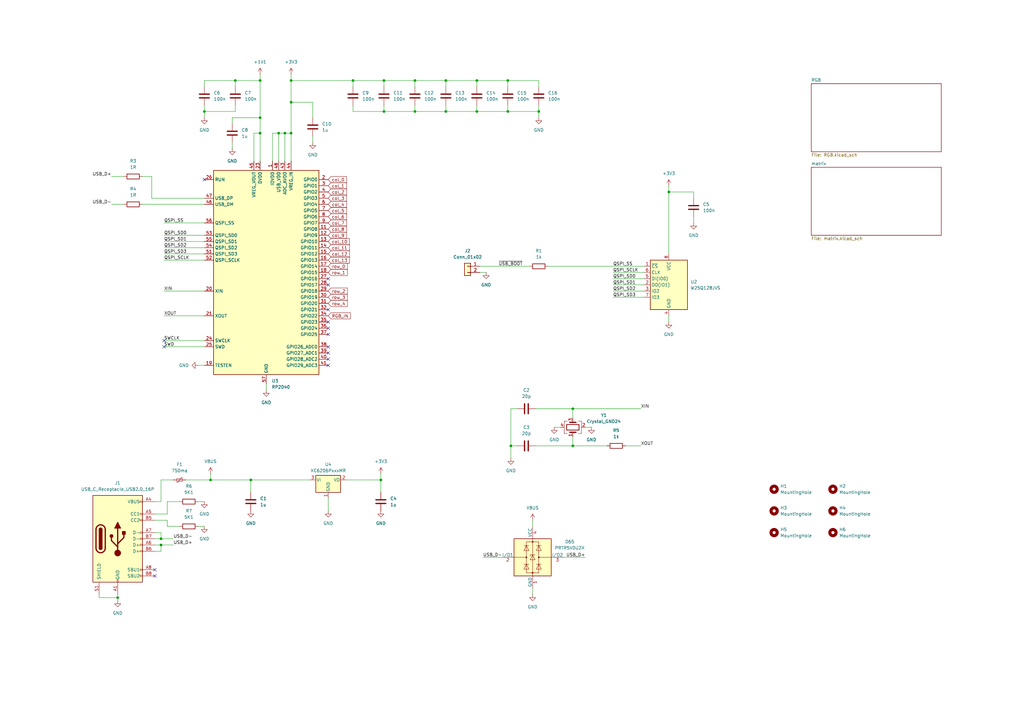
<source format=kicad_sch>
(kicad_sch (version 20250114) (generator "eeschema") (generator_version "9.0")
  (paper "A3")
  (lib_symbols
    (symbol "Connector:USB_C_Receptacle_USB2.0_16P" (pin_names (offset 1.016))
      (property "Reference" "J" (at 0 22.225 0))
      (property "Value" "USB_C_Receptacle_USB2.0_16P" (at 0 19.685 0))
      (symbol "USB_C_Receptacle_USB2.0_16P_0_0"
        (rectangle (start -0.254 -17.78) (end 0.254 -16.764))
        (rectangle (start 10.16 15.494) (end 9.144 14.986))
        (rectangle (start 10.16 10.414) (end 9.144 9.906))
        (rectangle (start 10.16 7.874) (end 9.144 7.366))
        (rectangle (start 10.16 2.794) (end 9.144 2.286))
        (rectangle (start 10.16 0.254) (end 9.144 -0.254))
        (rectangle (start 10.16 -2.286) (end 9.144 -2.794))
        (rectangle (start 10.16 -4.826) (end 9.144 -5.334))
        (rectangle (start 10.16 -12.446) (end 9.144 -12.954))
        (rectangle (start 10.16 -14.986) (end 9.144 -15.494))
      )
      (symbol "USB_C_Receptacle_USB2.0_16P_0_1"
        (rectangle (start -10.16 17.78) (end 10.16 -17.78) (stroke (width 0.254)) (fill (type background)))
        (polyline (pts (xy -8.89 -3.81) (xy -8.89 3.81)) (stroke (width 0.508)))
        (rectangle (start -7.62 -3.81) (end -6.35 3.81) (stroke (width 0.254)) (fill (type outline)))
        (arc (start -7.62 3.81) (mid -6.985 4.4423) (end -6.35 3.81) (stroke (width 0.254)))
        (arc (start -7.62 3.81) (mid -6.985 4.4423) (end -6.35 3.81) (stroke (width 0.254)) (fill (type outline)))
        (arc (start -8.89 3.81) (mid -6.985 5.7067) (end -5.08 3.81) (stroke (width 0.508)))
        (arc (start -5.08 -3.81) (mid -6.985 -5.7067) (end -8.89 -3.81) (stroke (width 0.508)))
        (arc (start -6.35 -3.81) (mid -6.985 -4.4423) (end -7.62 -3.81) (stroke (width 0.254)))
        (arc (start -6.35 -3.81) (mid -6.985 -4.4423) (end -7.62 -3.81) (stroke (width 0.254)) (fill (type outline)))
        (polyline (pts (xy -5.08 3.81) (xy -5.08 -3.81)) (stroke (width 0.508)))
        (circle (center -2.54 1.143) (radius 0.635) (stroke (width 0.254)) (fill (type outline)))
        (polyline (pts (xy -1.27 4.318) (xy 0 6.858) (xy 1.27 4.318) (xy -1.27 4.318)) (stroke (width 0.254)) (fill (type outline)))
        (polyline (pts (xy 0 -2.032) (xy 2.54 0.508) (xy 2.54 1.778)) (stroke (width 0.508)))
        (polyline (pts (xy 0 -3.302) (xy -2.54 -0.762) (xy -2.54 0.508)) (stroke (width 0.508)))
        (polyline (pts (xy 0 -5.842) (xy 0 4.318)) (stroke (width 0.508)))
        (circle (center 0 -5.842) (radius 1.27) (fill (type outline)))
        (rectangle (start 1.905 1.778) (end 3.175 3.048) (stroke (width 0.254)) (fill (type outline)))
      )
      (symbol "USB_C_Receptacle_USB2.0_16P_1_1"
        (pin passive line (at -7.62 -22.86 90) (length 5.08) (name "SHIELD") (number "S1"))
        (pin passive line (at 0 -22.86 90) (length 5.08) (name "GND") (number "A1"))
        (pin passive line (at 0 -22.86 90) (length 5.08) (hide yes) (name "GND") (number "A12"))
        (pin passive line (at 0 -22.86 90) (length 5.08) (hide yes) (name "GND") (number "B1"))
        (pin passive line (at 0 -22.86 90) (length 5.08) (hide yes) (name "GND") (number "B12"))
        (pin passive line (at 15.24 15.24 180) (length 5.08) (name "VBUS") (number "A4"))
        (pin passive line (at 15.24 15.24 180) (length 5.08) (hide yes) (name "VBUS") (number "A9"))
        (pin passive line (at 15.24 15.24 180) (length 5.08) (hide yes) (name "VBUS") (number "B4"))
        (pin passive line (at 15.24 15.24 180) (length 5.08) (hide yes) (name "VBUS") (number "B9"))
        (pin bidirectional line (at 15.24 10.16 180) (length 5.08) (name "CC1") (number "A5"))
        (pin bidirectional line (at 15.24 7.62 180) (length 5.08) (name "CC2") (number "B5"))
        (pin bidirectional line (at 15.24 2.54 180) (length 5.08) (name "D-") (number "A7"))
        (pin bidirectional line (at 15.24 0 180) (length 5.08) (name "D-") (number "B7"))
        (pin bidirectional line (at 15.24 -2.54 180) (length 5.08) (name "D+") (number "A6"))
        (pin bidirectional line (at 15.24 -5.08 180) (length 5.08) (name "D+") (number "B6"))
        (pin bidirectional line (at 15.24 -12.7 180) (length 5.08) (name "SBU1") (number "A8"))
        (pin bidirectional line (at 15.24 -15.24 180) (length 5.08) (name "SBU2") (number "B8"))
      )
    )
    (symbol "Connector_Generic:Conn_01x02" (pin_names (offset 1.016) (hide yes))
      (property "Reference" "J" (at 0 2.54 0))
      (property "Value" "Conn_01x02" (at 0 -5.08 0))
      (symbol "Conn_01x02_1_1"
        (rectangle (start -1.27 1.27) (end 1.27 -3.81) (stroke (width 0.254)) (fill (type background)))
        (rectangle (start -1.27 0.127) (end 0 -0.127) (stroke (width 0.1524)))
        (rectangle (start -1.27 -2.413) (end 0 -2.667) (stroke (width 0.1524)))
        (pin passive line (at -5.08 0 0) (length 3.81) (name "Pin_1") (number "1"))
        (pin passive line (at -5.08 -2.54 0) (length 3.81) (name "Pin_2") (number "2"))
      )
    )
    (symbol "Device:C" (pin_numbers (hide yes)) (pin_names (offset 0.254))
      (property "Reference" "C" (at 0.635 2.54 0))
      (property "Value" "C" (at 0.635 -2.54 0))
      (symbol "C_0_1"
        (polyline (pts (xy -2.032 0.762) (xy 2.032 0.762)) (stroke (width 0.508)))
        (polyline (pts (xy -2.032 -0.762) (xy 2.032 -0.762)) (stroke (width 0.508)))
      )
      (symbol "C_1_1"
        (pin passive line (at 0 3.81 270) (length 2.794) (name "~") (number "1"))
        (pin passive line (at 0 -3.81 90) (length 2.794) (name "~") (number "2"))
      )
    )
    (symbol "Device:Crystal_GND24" (pin_names (offset 1.016) (hide yes))
      (property "Reference" "Y" (at 3.175 5.08 0))
      (property "Value" "Crystal_GND24" (at 3.175 3.175 0))
      (symbol "Crystal_GND24_0_1"
        (polyline (pts (xy -2.54 2.286) (xy -2.54 3.556) (xy 2.54 3.556) (xy 2.54 2.286)))
        (polyline (pts (xy -2.54 0) (xy -2.032 0)))
        (polyline (pts (xy -2.54 -2.286) (xy -2.54 -3.556) (xy 2.54 -3.556) (xy 2.54 -2.286)))
        (polyline (pts (xy -2.032 -1.27) (xy -2.032 1.27)) (stroke (width 0.508)))
        (rectangle (start -1.143 2.54) (end 1.143 -2.54) (stroke (width 0.3048)))
        (polyline (pts (xy 0 3.556) (xy 0 3.81)))
        (polyline (pts (xy 0 -3.81) (xy 0 -3.556)))
        (polyline (pts (xy 2.032 0) (xy 2.54 0)))
        (polyline (pts (xy 2.032 -1.27) (xy 2.032 1.27)) (stroke (width 0.508)))
      )
      (symbol "Crystal_GND24_1_1"
        (pin passive line (at -3.81 0 0) (length 1.27) (name "1") (number "1"))
        (pin passive line (at 0 5.08 270) (length 1.27) (name "2") (number "2"))
        (pin passive line (at 0 -5.08 90) (length 1.27) (name "4") (number "4"))
        (pin passive line (at 3.81 0 180) (length 1.27) (name "3") (number "3"))
      )
    )
    (symbol "Device:Polyfuse_Small" (pin_numbers (hide yes)) (pin_names (offset 0))
      (property "Reference" "F" (at -1.905 0 90))
      (property "Value" "Polyfuse_Small" (at 1.905 0 90))
      (symbol "Polyfuse_Small_0_1"
        (polyline (pts (xy -1.016 1.27) (xy -1.016 0.762) (xy 1.016 -0.762) (xy 1.016 -1.27)))
        (rectangle (start -0.508 1.27) (end 0.508 -1.27))
        (polyline (pts (xy 0 2.54) (xy 0 -2.54)))
      )
      (symbol "Polyfuse_Small_1_1"
        (pin passive line (at 0 2.54 270) (length 0.635) (name "~") (number "1"))
        (pin passive line (at 0 -2.54 90) (length 0.635) (name "~") (number "2"))
      )
    )
    (symbol "Device:R" (pin_numbers (hide yes)) (pin_names (offset 0))
      (property "Reference" "R" (at 2.032 0 90))
      (property "Value" "R" (at 0 0 90))
      (symbol "R_0_1"
        (rectangle (start -1.016 -2.54) (end 1.016 2.54) (stroke (width 0.254)))
      )
      (symbol "R_1_1"
        (pin passive line (at 0 3.81 270) (length 1.27) (name "~") (number "1"))
        (pin passive line (at 0 -3.81 90) (length 1.27) (name "~") (number "2"))
      )
    )
    (symbol "MCU_RaspberryPi:RP2040"
      (property "Reference" "U" (at 17.78 45.72 0))
      (property "Value" "RP2040" (at 17.78 43.18 0))
      (symbol "RP2040_0_1"
        (rectangle (start -21.59 41.91) (end 21.59 -41.91) (stroke (width 0.254)) (fill (type background)))
      )
      (symbol "RP2040_1_1"
        (pin input line (at -25.4 38.1 0) (length 3.81) (name "RUN") (number "26"))
        (pin bidirectional line (at -25.4 30.48 0) (length 3.81) (name "USB_DP") (number "47"))
        (pin bidirectional line (at -25.4 27.94 0) (length 3.81) (name "USB_DM") (number "46"))
        (pin bidirectional line (at -25.4 20.32 0) (length 3.81) (name "QSPI_SS") (number "56"))
        (pin bidirectional line (at -25.4 15.24 0) (length 3.81) (name "QSPI_SD0") (number "53"))
        (pin bidirectional line (at -25.4 12.7 0) (length 3.81) (name "QSPI_SD1") (number "55"))
        (pin bidirectional line (at -25.4 10.16 0) (length 3.81) (name "QSPI_SD2") (number "54"))
        (pin bidirectional line (at -25.4 7.62 0) (length 3.81) (name "QSPI_SD3") (number "51"))
        (pin output line (at -25.4 5.08 0) (length 3.81) (name "QSPI_SCLK") (number "52"))
        (pin input line (at -25.4 -7.62 0) (length 3.81) (name "XIN") (number "20"))
        (pin passive line (at -25.4 -17.78 0) (length 3.81) (name "XOUT") (number "21"))
        (pin input line (at -25.4 -27.94 0) (length 3.81) (name "SWCLK") (number "24"))
        (pin bidirectional line (at -25.4 -30.48 0) (length 3.81) (name "SWD") (number "25"))
        (pin input line (at -25.4 -38.1 0) (length 3.81) (name "TESTEN") (number "19"))
        (pin power_out line (at -5.08 45.72 270) (length 3.81) (name "VREG_VOUT") (number "45"))
        (pin power_in line (at -2.54 45.72 270) (length 3.81) (name "DVDD") (number "23"))
        (pin passive line (at -2.54 45.72 270) (length 3.81) (hide yes) (name "DVDD") (number "50"))
        (pin power_in line (at 0 -45.72 90) (length 3.81) (name "GND") (number "57"))
        (pin power_in line (at 2.54 45.72 270) (length 3.81) (name "IOVDD") (number "1"))
        (pin passive line (at 2.54 45.72 270) (length 3.81) (hide yes) (name "IOVDD") (number "10"))
        (pin passive line (at 2.54 45.72 270) (length 3.81) (hide yes) (name "IOVDD") (number "22"))
        (pin passive line (at 2.54 45.72 270) (length 3.81) (hide yes) (name "IOVDD") (number "33"))
        (pin passive line (at 2.54 45.72 270) (length 3.81) (hide yes) (name "IOVDD") (number "42"))
        (pin passive line (at 2.54 45.72 270) (length 3.81) (hide yes) (name "IOVDD") (number "49"))
        (pin power_in line (at 5.08 45.72 270) (length 3.81) (name "USB_VDD") (number "48"))
        (pin power_in line (at 7.62 45.72 270) (length 3.81) (name "ADC_AVDD") (number "43"))
        (pin power_in line (at 10.16 45.72 270) (length 3.81) (name "VREG_IN") (number "44"))
        (pin bidirectional line (at 25.4 38.1 180) (length 3.81) (name "GPIO0") (number "2"))
        (pin bidirectional line (at 25.4 35.56 180) (length 3.81) (name "GPIO1") (number "3"))
        (pin bidirectional line (at 25.4 33.02 180) (length 3.81) (name "GPIO2") (number "4"))
        (pin bidirectional line (at 25.4 30.48 180) (length 3.81) (name "GPIO3") (number "5"))
        (pin bidirectional line (at 25.4 27.94 180) (length 3.81) (name "GPIO4") (number "6"))
        (pin bidirectional line (at 25.4 25.4 180) (length 3.81) (name "GPIO5") (number "7"))
        (pin bidirectional line (at 25.4 22.86 180) (length 3.81) (name "GPIO6") (number "8"))
        (pin bidirectional line (at 25.4 20.32 180) (length 3.81) (name "GPIO7") (number "9"))
        (pin bidirectional line (at 25.4 17.78 180) (length 3.81) (name "GPIO8") (number "11"))
        (pin bidirectional line (at 25.4 15.24 180) (length 3.81) (name "GPIO9") (number "12"))
        (pin bidirectional line (at 25.4 12.7 180) (length 3.81) (name "GPIO10") (number "13"))
        (pin bidirectional line (at 25.4 10.16 180) (length 3.81) (name "GPIO11") (number "14"))
        (pin bidirectional line (at 25.4 7.62 180) (length 3.81) (name "GPIO12") (number "15"))
        (pin bidirectional line (at 25.4 5.08 180) (length 3.81) (name "GPIO13") (number "16"))
        (pin bidirectional line (at 25.4 2.54 180) (length 3.81) (name "GPIO14") (number "17"))
        (pin bidirectional line (at 25.4 0 180) (length 3.81) (name "GPIO15") (number "18"))
        (pin bidirectional line (at 25.4 -2.54 180) (length 3.81) (name "GPIO16") (number "27"))
        (pin bidirectional line (at 25.4 -5.08 180) (length 3.81) (name "GPIO17") (number "28"))
        (pin bidirectional line (at 25.4 -7.62 180) (length 3.81) (name "GPIO18") (number "29"))
        (pin bidirectional line (at 25.4 -10.16 180) (length 3.81) (name "GPIO19") (number "30"))
        (pin bidirectional line (at 25.4 -12.7 180) (length 3.81) (name "GPIO20") (number "31"))
        (pin bidirectional line (at 25.4 -15.24 180) (length 3.81) (name "GPIO21") (number "32"))
        (pin bidirectional line (at 25.4 -17.78 180) (length 3.81) (name "GPIO22") (number "34"))
        (pin bidirectional line (at 25.4 -20.32 180) (length 3.81) (name "GPIO23") (number "35"))
        (pin bidirectional line (at 25.4 -22.86 180) (length 3.81) (name "GPIO24") (number "36"))
        (pin bidirectional line (at 25.4 -25.4 180) (length 3.81) (name "GPIO25") (number "37"))
        (pin bidirectional line (at 25.4 -30.48 180) (length 3.81) (name "GPIO26_ADC0") (number "38"))
        (pin bidirectional line (at 25.4 -33.02 180) (length 3.81) (name "GPIO27_ADC1") (number "39"))
        (pin bidirectional line (at 25.4 -35.56 180) (length 3.81) (name "GPIO28_ADC2") (number "40"))
        (pin bidirectional line (at 25.4 -38.1 180) (length 3.81) (name "GPIO29_ADC3") (number "41"))
      )
    )
    (symbol "Mechanical:MountingHole" (pin_names (offset 1.016)) (exclude_from_sim yes) (in_bom no)
      (property "Reference" "H" (at 0 5.08 0))
      (property "Value" "MountingHole" (at 0 3.175 0))
      (symbol "MountingHole_0_1"
        (circle (center 0 0) (radius 1.27) (stroke (width 1.27)))
      )
    )
    (symbol "Memory_Flash:W25Q128JVS"
      (property "Reference" "U" (at -8.89 8.89 0))
      (property "Value" "W25Q128JVS" (at 7.62 8.89 0))
      (symbol "W25Q128JVS_0_1"
        (rectangle (start -7.62 10.16) (end 7.62 -10.16) (stroke (width 0.254)) (fill (type background)))
      )
      (symbol "W25Q128JVS_1_1"
        (pin input line (at -10.16 7.62 0) (length 2.54) (name "~{CS}") (number "1"))
        (pin input line (at -10.16 5.08 0) (length 2.54) (name "CLK") (number "6"))
        (pin bidirectional line (at -10.16 2.54 0) (length 2.54) (name "DI(IO0)") (number "5"))
        (pin bidirectional line (at -10.16 0 0) (length 2.54) (name "DO(IO1)") (number "2"))
        (pin bidirectional line (at -10.16 -2.54 0) (length 2.54) (name "IO2") (number "3"))
        (pin bidirectional line (at -10.16 -5.08 0) (length 2.54) (name "IO3") (number "7"))
        (pin power_in line (at 0 12.7 270) (length 2.54) (name "VCC") (number "8"))
        (pin power_in line (at 0 -12.7 90) (length 2.54) (name "GND") (number "4"))
      )
    )
    (symbol "Power_Protection:PRTR5V0U2X" (pin_names (offset 0))
      (property "Reference" "D" (at 2.794 8.636 0))
      (property "Value" "PRTR5V0U2X" (at 8.128 -9.398 0))
      (symbol "PRTR5V0U2X_0_1"
        (rectangle (start -7.62 -7.62) (end 7.62 7.62) (stroke (width 0.254)) (fill (type background)))
        (polyline (pts (xy -3.556 2.794) (xy -1.524 2.794) (xy -2.54 4.826) (xy -3.556 2.794)))
        (polyline (pts (xy -3.556 -4.826) (xy -1.524 -4.826) (xy -2.54 -2.794) (xy -3.556 -4.826)))
        (rectangle (start -2.54 6.35) (end 2.54 -6.35))
        (circle (center -2.54 0) (radius 0.254) (fill (type outline)))
        (polyline (pts (xy -2.54 0) (xy -7.62 0)))
        (polyline (pts (xy -1.524 4.826) (xy -3.556 4.826)))
        (polyline (pts (xy -1.524 -2.794) (xy -3.556 -2.794)))
        (polyline (pts (xy -1.016 -1.016) (xy 1.016 -1.016) (xy 0 1.016) (xy -1.016 -1.016)))
        (circle (center 0 6.35) (radius 0.254) (fill (type outline)))
        (circle (center 0 -6.35) (radius 0.254) (fill (type outline)))
        (polyline (pts (xy 0 -7.62) (xy 0 7.62)))
        (polyline (pts (xy 1.016 1.016) (xy -1.016 1.016) (xy -1.016 0.508)))
        (polyline (pts (xy 1.524 4.826) (xy 3.556 4.826)))
        (polyline (pts (xy 1.524 -2.794) (xy 3.556 -2.794)))
        (polyline (pts (xy 2.54 0) (xy 7.62 0)))
        (circle (center 2.54 0) (radius 0.254) (fill (type outline)))
        (polyline (pts (xy 3.556 2.794) (xy 1.524 2.794) (xy 2.54 4.826) (xy 3.556 2.794)))
        (polyline (pts (xy 3.556 -4.826) (xy 1.524 -4.826) (xy 2.54 -2.794) (xy 3.556 -4.826)))
      )
      (symbol "PRTR5V0U2X_1_1"
        (pin passive line (at -12.7 0 0) (length 5.08) (name "I/O1") (number "2"))
        (pin passive line (at 0 12.7 270) (length 5.08) (name "VCC") (number "4"))
        (pin passive line (at 0 -12.7 90) (length 5.08) (name "GND") (number "1"))
        (pin passive line (at 12.7 0 180) (length 5.08) (name "I/O2") (number "3"))
      )
    )
    (symbol "Regulator_Linear:XC6206PxxxMR" (pin_names (offset 0.254))
      (property "Reference" "U" (at -3.81 3.175 0))
      (property "Value" "XC6206PxxxMR" (at 0 3.175 0))
      (symbol "XC6206PxxxMR_0_1"
        (rectangle (start -5.08 1.905) (end 5.08 -5.08) (stroke (width 0.254)) (fill (type background)))
      )
      (symbol "XC6206PxxxMR_1_1"
        (pin power_in line (at -7.62 0 0) (length 2.54) (name "VI") (number "3"))
        (pin power_in line (at 0 -7.62 90) (length 2.54) (name "GND") (number "1"))
        (pin power_out line (at 7.62 0 180) (length 2.54) (name "VO") (number "2"))
      )
    )
    (symbol "power:+1V1" (power) (pin_numbers (hide yes)) (pin_names (offset 0) (hide yes))
      (property "Value" "+1V1" (at 0 3.556 0))
      (symbol "+1V1_0_1"
        (polyline (pts (xy -0.762 1.27) (xy 0 2.54)))
        (polyline (pts (xy 0 2.54) (xy 0.762 1.27)))
        (polyline (pts (xy 0 0) (xy 0 2.54)))
      )
      (symbol "+1V1_1_1"
        (pin power_in line (at 0 0 90) (length 0) (name "~") (number "1"))
      )
    )
    (symbol "power:+3V3" (power) (pin_numbers (hide yes)) (pin_names (offset 0) (hide yes))
      (property "Value" "+3V3" (at 0 3.556 0))
      (symbol "+3V3_0_1"
        (polyline (pts (xy -0.762 1.27) (xy 0 2.54)))
        (polyline (pts (xy 0 2.54) (xy 0.762 1.27)))
        (polyline (pts (xy 0 0) (xy 0 2.54)))
      )
      (symbol "+3V3_1_1"
        (pin power_in line (at 0 0 90) (length 0) (name "~") (number "1"))
      )
    )
    (symbol "power:GND" (power) (pin_numbers (hide yes)) (pin_names (offset 0) (hide yes))
      (property "Value" "GND" (at 0 -3.81 0))
      (symbol "GND_0_1"
        (polyline (pts (xy 0 0) (xy 0 -1.27) (xy 1.27 -1.27) (xy 0 -2.54) (xy -1.27 -1.27) (xy 0 -1.27)))
      )
      (symbol "GND_1_1"
        (pin power_in line (at 0 0 270) (length 0) (name "~") (number "1"))
      )
    )
    (symbol "power:VBUS" (power) (pin_numbers (hide yes)) (pin_names (offset 0) (hide yes))
      (property "Value" "VBUS" (at 0 3.556 0))
      (symbol "VBUS_0_1"
        (polyline (pts (xy -0.762 1.27) (xy 0 2.54)))
        (polyline (pts (xy 0 2.54) (xy 0.762 1.27)))
        (polyline (pts (xy 0 0) (xy 0 2.54)))
      )
      (symbol "VBUS_1_1"
        (pin power_in line (at 0 0 90) (length 0) (name "~") (number "1"))
      )
    )
  )
  (junction (at 102.87 196.85))
  (junction (at 209.55 182.88))
  (junction (at 66.04 220.98))
  (junction (at 234.95 167.64))
  (junction (at 119.38 33.02))
  (junction (at 220.98 45.72))
  (junction (at 208.28 33.02))
  (junction (at 83.82 45.72))
  (junction (at 274.32 78.74))
  (junction (at 157.48 33.02))
  (junction (at 234.95 182.88))
  (junction (at 119.38 54.61))
  (junction (at 144.78 33.02))
  (junction (at 66.04 223.52))
  (junction (at 170.18 33.02))
  (junction (at 106.68 33.02))
  (junction (at 114.3 54.61))
  (junction (at 106.68 54.61))
  (junction (at 182.88 45.72))
  (junction (at 116.84 54.61))
  (junction (at 119.38 41.91))
  (junction (at 48.26 245.11))
  (junction (at 157.48 45.72))
  (junction (at 96.52 33.02))
  (junction (at 182.88 33.02))
  (junction (at 170.18 45.72))
  (junction (at 106.68 48.26))
  (junction (at 195.58 33.02))
  (junction (at 195.58 45.72))
  (junction (at 86.36 196.85))
  (junction (at 156.21 196.85))
  (junction (at 208.28 45.72))
  (no_connect (at 134.62 132.08))
  (no_connect (at 134.62 127))
  (no_connect (at 134.62 114.3))
  (no_connect (at 134.62 137.16))
  (no_connect (at 134.62 149.86))
  (no_connect (at 134.62 147.32))
  (no_connect (at 134.62 142.24))
  (no_connect (at 134.62 144.78))
  (no_connect (at 134.62 134.62))
  (no_connect (at 63.5 233.68))
  (no_connect (at 67.31 142.24))
  (no_connect (at 67.31 139.7))
  (no_connect (at 83.82 73.66))
  (no_connect (at 134.62 116.84))
  (no_connect (at 63.5 236.22))
  (wire (pts (xy 116.84 54.61) (xy 119.38 54.61)))
  (wire (pts (xy 106.68 30.48) (xy 106.68 33.02)))
  (wire (pts (xy 106.68 33.02) (xy 106.68 48.26)))
  (wire (pts (xy 234.95 179.07) (xy 234.95 182.88)))
  (wire (pts (xy 67.31 129.54) (xy 83.82 129.54)))
  (wire (pts (xy 218.44 241.3) (xy 218.44 243.84)))
  (wire (pts (xy 128.27 41.91) (xy 119.38 41.91)))
  (wire (pts (xy 251.46 119.38) (xy 264.16 119.38)))
  (wire (pts (xy 182.88 33.02) (xy 195.58 33.02)))
  (wire (pts (xy 128.27 48.26) (xy 128.27 41.91)))
  (wire (pts (xy 68.58 215.9) (xy 73.66 215.9)))
  (wire (pts (xy 81.28 205.74) (xy 83.82 205.74)))
  (wire (pts (xy 182.88 45.72) (xy 195.58 45.72)))
  (wire (pts (xy 208.28 33.02) (xy 220.98 33.02)))
  (wire (pts (xy 219.71 167.64) (xy 234.95 167.64)))
  (wire (pts (xy 63.5 226.06) (xy 66.04 226.06)))
  (wire (pts (xy 67.31 96.52) (xy 83.82 96.52)))
  (wire (pts (xy 63.5 213.36) (xy 68.58 213.36)))
  (wire (pts (xy 170.18 33.02) (xy 170.18 35.56)))
  (wire (pts (xy 196.85 111.76) (xy 199.39 111.76)))
  (wire (pts (xy 66.04 218.44) (xy 66.04 220.98)))
  (wire (pts (xy 208.28 43.18) (xy 208.28 45.72)))
  (wire (pts (xy 58.42 72.39) (xy 62.23 72.39)))
  (wire (pts (xy 119.38 33.02) (xy 144.78 33.02)))
  (wire (pts (xy 102.87 196.85) (xy 127 196.85)))
  (wire (pts (xy 81.28 215.9) (xy 83.82 215.9)))
  (wire (pts (xy 63.5 210.82) (xy 68.58 210.82)))
  (wire (pts (xy 76.2 196.85) (xy 86.36 196.85)))
  (wire (pts (xy 62.23 81.28) (xy 62.23 72.39)))
  (wire (pts (xy 68.58 205.74) (xy 73.66 205.74)))
  (wire (pts (xy 63.5 223.52) (xy 66.04 223.52)))
  (wire (pts (xy 114.3 54.61) (xy 116.84 54.61)))
  (wire (pts (xy 106.68 54.61) (xy 106.68 66.04)))
  (wire (pts (xy 209.55 182.88) (xy 212.09 182.88)))
  (wire (pts (xy 67.31 106.68) (xy 83.82 106.68)))
  (wire (pts (xy 220.98 33.02) (xy 220.98 35.56)))
  (wire (pts (xy 157.48 43.18) (xy 157.48 45.72)))
  (wire (pts (xy 83.82 81.28) (xy 62.23 81.28)))
  (wire (pts (xy 83.82 45.72) (xy 83.82 48.26)))
  (wire (pts (xy 67.31 91.44) (xy 83.82 91.44)))
  (wire (pts (xy 209.55 167.64) (xy 209.55 182.88)))
  (wire (pts (xy 212.09 167.64) (xy 209.55 167.64)))
  (wire (pts (xy 83.82 33.02) (xy 96.52 33.02)))
  (wire (pts (xy 83.82 35.56) (xy 83.82 33.02)))
  (wire (pts (xy 66.04 205.74) (xy 63.5 205.74)))
  (wire (pts (xy 284.48 78.74) (xy 274.32 78.74)))
  (wire (pts (xy 67.31 119.38) (xy 83.82 119.38)))
  (wire (pts (xy 224.79 109.22) (xy 264.16 109.22)))
  (wire (pts (xy 234.95 167.64) (xy 234.95 171.45)))
  (wire (pts (xy 63.5 218.44) (xy 66.04 218.44)))
  (wire (pts (xy 156.21 196.85) (xy 156.21 201.93)))
  (wire (pts (xy 182.88 33.02) (xy 182.88 35.56)))
  (wire (pts (xy 134.62 204.47) (xy 134.62 209.55)))
  (wire (pts (xy 67.31 101.6) (xy 83.82 101.6)))
  (wire (pts (xy 234.95 167.64) (xy 262.89 167.64)))
  (wire (pts (xy 284.48 88.9) (xy 284.48 91.44)))
  (wire (pts (xy 256.54 182.88) (xy 262.89 182.88)))
  (wire (pts (xy 45.72 72.39) (xy 50.8 72.39)))
  (wire (pts (xy 95.25 50.8) (xy 95.25 48.26)))
  (wire (pts (xy 227.33 175.26) (xy 229.87 175.26)))
  (wire (pts (xy 157.48 45.72) (xy 170.18 45.72)))
  (wire (pts (xy 111.76 66.04) (xy 111.76 54.61)))
  (wire (pts (xy 45.72 83.82) (xy 50.8 83.82)))
  (wire (pts (xy 195.58 33.02) (xy 208.28 33.02)))
  (wire (pts (xy 109.22 157.48) (xy 109.22 160.02)))
  (wire (pts (xy 142.24 196.85) (xy 156.21 196.85)))
  (wire (pts (xy 63.5 220.98) (xy 66.04 220.98)))
  (wire (pts (xy 251.46 116.84) (xy 264.16 116.84)))
  (wire (pts (xy 170.18 43.18) (xy 170.18 45.72)))
  (wire (pts (xy 144.78 33.02) (xy 157.48 33.02)))
  (wire (pts (xy 220.98 45.72) (xy 220.98 48.26)))
  (wire (pts (xy 95.25 58.42) (xy 95.25 60.96)))
  (wire (pts (xy 240.03 175.26) (xy 242.57 175.26)))
  (wire (pts (xy 58.42 83.82) (xy 83.82 83.82)))
  (wire (pts (xy 86.36 194.31) (xy 86.36 196.85)))
  (wire (pts (xy 251.46 121.92) (xy 264.16 121.92)))
  (wire (pts (xy 144.78 45.72) (xy 157.48 45.72)))
  (wire (pts (xy 208.28 45.72) (xy 220.98 45.72)))
  (wire (pts (xy 284.48 81.28) (xy 284.48 78.74)))
  (wire (pts (xy 68.58 213.36) (xy 68.58 215.9)))
  (wire (pts (xy 157.48 33.02) (xy 157.48 35.56)))
  (wire (pts (xy 83.82 43.18) (xy 83.82 45.72)))
  (wire (pts (xy 66.04 196.85) (xy 71.12 196.85)))
  (wire (pts (xy 67.31 142.24) (xy 83.82 142.24)))
  (wire (pts (xy 104.14 54.61) (xy 104.14 66.04)))
  (wire (pts (xy 116.84 66.04) (xy 116.84 54.61)))
  (wire (pts (xy 67.31 99.06) (xy 83.82 99.06)))
  (wire (pts (xy 220.98 45.72) (xy 220.98 43.18)))
  (wire (pts (xy 274.32 76.2) (xy 274.32 78.74)))
  (wire (pts (xy 198.12 228.6) (xy 205.74 228.6)))
  (wire (pts (xy 96.52 45.72) (xy 96.52 43.18)))
  (wire (pts (xy 128.27 55.88) (xy 128.27 58.42)))
  (wire (pts (xy 170.18 45.72) (xy 182.88 45.72)))
  (wire (pts (xy 83.82 45.72) (xy 96.52 45.72)))
  (wire (pts (xy 196.85 109.22) (xy 217.17 109.22)))
  (wire (pts (xy 106.68 48.26) (xy 106.68 54.61)))
  (wire (pts (xy 144.78 35.56) (xy 144.78 33.02)))
  (wire (pts (xy 111.76 54.61) (xy 114.3 54.61)))
  (wire (pts (xy 40.64 243.84) (xy 40.64 245.11)))
  (wire (pts (xy 67.31 104.14) (xy 83.82 104.14)))
  (wire (pts (xy 81.28 149.86) (xy 83.82 149.86)))
  (wire (pts (xy 208.28 33.02) (xy 208.28 35.56)))
  (wire (pts (xy 104.14 54.61) (xy 106.68 54.61)))
  (wire (pts (xy 234.95 182.88) (xy 219.71 182.88)))
  (wire (pts (xy 119.38 30.48) (xy 119.38 33.02)))
  (wire (pts (xy 40.64 245.11) (xy 48.26 245.11)))
  (wire (pts (xy 68.58 210.82) (xy 68.58 205.74)))
  (wire (pts (xy 209.55 187.96) (xy 209.55 182.88)))
  (wire (pts (xy 182.88 43.18) (xy 182.88 45.72)))
  (wire (pts (xy 195.58 43.18) (xy 195.58 45.72)))
  (wire (pts (xy 67.31 139.7) (xy 83.82 139.7)))
  (wire (pts (xy 218.44 213.36) (xy 218.44 215.9)))
  (wire (pts (xy 66.04 226.06) (xy 66.04 223.52)))
  (wire (pts (xy 274.32 129.54) (xy 274.32 132.08)))
  (wire (pts (xy 274.32 78.74) (xy 274.32 104.14)))
  (wire (pts (xy 102.87 196.85) (xy 102.87 201.93)))
  (wire (pts (xy 66.04 223.52) (xy 71.12 223.52)))
  (wire (pts (xy 96.52 33.02) (xy 96.52 35.56)))
  (wire (pts (xy 234.95 182.88) (xy 248.92 182.88)))
  (wire (pts (xy 48.26 243.84) (xy 48.26 245.11)))
  (wire (pts (xy 48.26 245.11) (xy 48.26 246.38)))
  (wire (pts (xy 66.04 220.98) (xy 71.12 220.98)))
  (wire (pts (xy 119.38 54.61) (xy 119.38 41.91)))
  (wire (pts (xy 114.3 66.04) (xy 114.3 54.61)))
  (wire (pts (xy 251.46 114.3) (xy 264.16 114.3)))
  (wire (pts (xy 251.46 111.76) (xy 264.16 111.76)))
  (wire (pts (xy 170.18 33.02) (xy 182.88 33.02)))
  (wire (pts (xy 156.21 194.31) (xy 156.21 196.85)))
  (wire (pts (xy 95.25 48.26) (xy 106.68 48.26)))
  (wire (pts (xy 119.38 66.04) (xy 119.38 54.61)))
  (wire (pts (xy 66.04 196.85) (xy 66.04 205.74)))
  (wire (pts (xy 157.48 33.02) (xy 170.18 33.02)))
  (wire (pts (xy 195.58 45.72) (xy 208.28 45.72)))
  (wire (pts (xy 96.52 33.02) (xy 106.68 33.02)))
  (wire (pts (xy 195.58 33.02) (xy 195.58 35.56)))
  (wire (pts (xy 144.78 43.18) (xy 144.78 45.72)))
  (wire (pts (xy 86.36 196.85) (xy 102.87 196.85)))
  (wire (pts (xy 119.38 41.91) (xy 119.38 33.02)))
  (wire (pts (xy 231.14 228.6) (xy 240.03 228.6)))
  (label "XIN" (at 262.89 167.64 0))
  (label "QSPI_SD0" (at 67.31 96.52 0))
  (label "SWCLK" (at 67.31 139.7 0))
  (label "QSPI_SS" (at 251.46 109.22 0))
  (label "XOUT" (at 67.31 129.54 0))
  (label "USB_D+" (at 240.03 228.6 180))
  (label "QSPI_SCLK" (at 67.31 106.68 0))
  (label "QSPI_SD2" (at 67.31 101.6 0))
  (label "QSPI_SD1" (at 67.31 99.06 0))
  (label "QSPI_SD1" (at 251.46 116.84 0))
  (label "QSPI_SCLK" (at 251.46 111.76 0))
  (label "QSPI_SS" (at 67.31 91.44 0))
  (label "USB_D+" (at 71.12 223.52 0))
  (label "XOUT" (at 262.89 182.88 0))
  (label "USB_D+" (at 45.72 72.39 180))
  (label "USB_D-" (at 198.12 228.6 0))
  (label "SWD" (at 67.31 142.24 0))
  (label "QSPI_SD3" (at 251.46 121.92 0))
  (label "XIN" (at 67.31 119.38 0))
  (label "USB_D-" (at 71.12 220.98 0))
  (label "QSPI_SD0" (at 251.46 114.3 0))
  (label "QSPI_SD2" (at 251.46 119.38 0))
  (label "~{USB_BOOT}" (at 204.47 109.22 0))
  (label "QSPI_SD3" (at 67.31 104.14 0))
  (label "USB_D-" (at 45.72 83.82 180))
  (global_label "col_11" (shape input) (at 134.62 101.6 0) (property "Intersheetrefs" "${INTERSHEET_REFS}" (effects (hide yes))))
  (global_label "col_0" (shape input) (at 134.62 73.66 0) (property "Intersheetrefs" "${INTERSHEET_REFS}" (effects (hide yes))))
  (global_label "row_2" (shape input) (at 134.62 119.38 0) (property "Intersheetrefs" "${INTERSHEET_REFS}" (effects (hide yes))))
  (global_label "col_10" (shape input) (at 134.62 99.06 0) (property "Intersheetrefs" "${INTERSHEET_REFS}" (effects (hide yes))))
  (global_label "col_7" (shape input) (at 134.62 91.44 0) (property "Intersheetrefs" "${INTERSHEET_REFS}" (effects (hide yes))))
  (global_label "col_1" (shape input) (at 134.62 76.2 0) (property "Intersheetrefs" "${INTERSHEET_REFS}" (effects (hide yes))))
  (global_label "RGB_IN" (shape input) (at 134.62 129.54 0) (property "Intersheetrefs" "${INTERSHEET_REFS}" (effects (hide yes))))
  (global_label "col_13" (shape input) (at 134.62 106.68 0) (property "Intersheetrefs" "${INTERSHEET_REFS}" (effects (hide yes))))
  (global_label "col_12" (shape input) (at 134.62 104.14 0) (property "Intersheetrefs" "${INTERSHEET_REFS}" (effects (hide yes))))
  (global_label "row_1" (shape input) (at 134.62 111.76 0) (property "Intersheetrefs" "${INTERSHEET_REFS}" (effects (hide yes))))
  (global_label "col_5" (shape input) (at 134.62 86.36 0) (property "Intersheetrefs" "${INTERSHEET_REFS}" (effects (hide yes))))
  (global_label "col_9" (shape input) (at 134.62 96.52 0) (property "Intersheetrefs" "${INTERSHEET_REFS}" (effects (hide yes))))
  (global_label "row_0" (shape input) (at 134.62 109.22 0) (property "Intersheetrefs" "${INTERSHEET_REFS}" (effects (hide yes))))
  (global_label "col_3" (shape input) (at 134.62 81.28 0) (property "Intersheetrefs" "${INTERSHEET_REFS}" (effects (hide yes))))
  (global_label "row_3" (shape input) (at 134.62 121.92 0) (property "Intersheetrefs" "${INTERSHEET_REFS}" (effects (hide yes))))
  (global_label "col_4" (shape input) (at 134.62 83.82 0) (property "Intersheetrefs" "${INTERSHEET_REFS}" (effects (hide yes))))
  (global_label "col_2" (shape input) (at 134.62 78.74 0) (property "Intersheetrefs" "${INTERSHEET_REFS}" (effects (hide yes))))
  (global_label "col_8" (shape input) (at 134.62 93.98 0) (property "Intersheetrefs" "${INTERSHEET_REFS}" (effects (hide yes))))
  (global_label "col_6" (shape input) (at 134.62 88.9 0) (property "Intersheetrefs" "${INTERSHEET_REFS}" (effects (hide yes))))
  (global_label "row_4" (shape input) (at 134.62 124.46 0) (property "Intersheetrefs" "${INTERSHEET_REFS}" (effects (hide yes))))
  (symbol (lib_id "power:GND") (at 284.48 91.44 0) (unit 1)
    (property "Reference" "#PWR013" (effects (hide yes)))
    (property "Value" "GND" (at 284.48 96.52 0))
    (property "Description" "Power symbol creates a global label with name \"GND\" , ground" (effects (hide yes)))
  )
  (symbol (lib_id "Mechanical:MountingHole") (at 341.63 200.66 0) (unit 1)
    (property "Reference" "H2" (at 344.17 199.3899 0) (effects (justify left)))
    (property "Value" "MountingHole" (at 344.17 201.9299 0) (effects (justify left)))
    (property "Footprint" "MountingHole:MountingHole_2.2mm_M2" (effects (hide yes)))
    (property "Description" "Mounting Hole without connection" (effects (hide yes)))
  )
  (symbol (lib_id "Device:C") (at 96.52 39.37 0) (unit 1)
    (property "Reference" "C7" (at 100.33 38.0999 0) (effects (justify left)))
    (property "Value" "100n" (at 100.33 40.6399 0) (effects (justify left)))
    (property "Footprint" "Capacitor_SMD:C_0402_1005Metric" (effects (hide yes)))
    (property "Description" "Unpolarized capacitor" (effects (hide yes)))
  )
  (symbol (lib_id "power:GND") (at 209.55 187.96 0) (unit 1)
    (property "Reference" "#PWR017" (effects (hide yes)))
    (property "Value" "GND" (at 209.55 193.04 0))
    (property "Description" "Power symbol creates a global label with name \"GND\" , ground" (effects (hide yes)))
  )
  (symbol (lib_id "power:GND") (at 83.82 215.9 0) (unit 1)
    (property "Reference" "#PWR023" (effects (hide yes)))
    (property "Value" "GND" (at 83.82 220.98 0))
    (property "Description" "Power symbol creates a global label with name \"GND\" , ground" (effects (hide yes)))
  )
  (symbol (lib_id "Device:C") (at 144.78 39.37 0) (unit 1)
    (property "Reference" "C9" (at 148.59 38.0999 0) (effects (justify left)))
    (property "Value" "100n" (at 148.59 40.6399 0) (effects (justify left)))
    (property "Footprint" "Capacitor_SMD:C_0402_1005Metric" (effects (hide yes)))
    (property "Description" "Unpolarized capacitor" (effects (hide yes)))
  )
  (symbol (lib_id "power:GND") (at 220.98 48.26 0) (unit 1)
    (property "Reference" "#PWR021" (effects (hide yes)))
    (property "Value" "GND" (at 220.98 53.34 0))
    (property "Description" "Power symbol creates a global label with name \"GND\" , ground" (effects (hide yes)))
  )
  (symbol (lib_id "power:GND") (at 102.87 209.55 0) (unit 1)
    (property "Reference" "#PWR02" (effects (hide yes)))
    (property "Value" "GND" (at 102.87 214.63 0))
    (property "Description" "Power symbol creates a global label with name \"GND\" , ground" (effects (hide yes)))
  )
  (symbol (lib_id "power:GND") (at 109.22 160.02 0) (unit 1)
    (property "Reference" "#PWR018" (effects (hide yes)))
    (property "Value" "GND" (at 109.22 165.1 0))
    (property "Description" "Power symbol creates a global label with name \"GND\" , ground" (effects (hide yes)))
  )
  (symbol (lib_id "power:GND") (at 48.26 246.38 0) (unit 1)
    (property "Reference" "#PWR06" (effects (hide yes)))
    (property "Value" "GND" (at 48.26 251.46 0))
    (property "Description" "Power symbol creates a global label with name \"GND\" , ground" (effects (hide yes)))
  )
  (symbol (lib_id "Device:R") (at 54.61 83.82 90) (unit 1)
    (property "Reference" "R4" (at 54.61 77.47 90))
    (property "Value" "1R" (at 54.61 80.01 90))
    (property "Footprint" "Resistor_SMD:R_0402_1005Metric" (effects (hide yes)))
    (property "Description" "Resistor" (effects (hide yes)))
  )
  (symbol (lib_id "Mechanical:MountingHole") (at 317.5 209.55 0) (unit 1)
    (property "Reference" "H3" (at 320.04 208.2799 0) (effects (justify left)))
    (property "Value" "MountingHole" (at 320.04 210.8199 0) (effects (justify left)))
    (property "Footprint" "MountingHole:MountingHole_2.2mm_M2" (effects (hide yes)))
    (property "Description" "Mounting Hole without connection" (effects (hide yes)))
  )
  (symbol (lib_id "power:GND") (at 218.44 243.84 0) (unit 1)
    (property "Reference" "#PWR025" (effects (hide yes)))
    (property "Value" "GND" (at 218.44 248.92 0))
    (property "Description" "Power symbol creates a global label with name \"GND\" , ground" (effects (hide yes)))
  )
  (symbol (lib_id "power:+3V3") (at 274.32 76.2 0) (unit 1)
    (property "Reference" "#PWR012" (effects (hide yes)))
    (property "Value" "+3V3" (at 274.32 71.12 0))
    (property "Description" "Power symbol creates a global label with name \"+3V3\"" (effects (hide yes)))
  )
  (symbol (lib_id "Device:C") (at 170.18 39.37 0) (unit 1)
    (property "Reference" "C12" (at 173.99 38.0999 0) (effects (justify left)))
    (property "Value" "100n" (at 173.99 40.6399 0) (effects (justify left)))
    (property "Footprint" "Capacitor_SMD:C_0402_1005Metric" (effects (hide yes)))
    (property "Description" "Unpolarized capacitor" (effects (hide yes)))
  )
  (symbol (lib_id "Memory_Flash:W25Q128JVS") (at 274.32 116.84 0) (unit 1)
    (property "Reference" "U2" (at 283.21 115.5699 0) (effects (justify left)))
    (property "Value" "W25Q128JVS" (at 283.21 118.1099 0) (effects (justify left)))
    (property "Footprint" "Package_SON:Winbond_USON-8-1EP_3x2mm_P0.5mm_EP0.2x1.6mm" (effects (hide yes)))
    (property "Datasheet" "http://www.winbond.com/resource-files/w25q128jv_dtr%20revc%2003272018%20plus.pdf" (effects (hide yes)))
    (property "Description" "128Mb Serial Flash Memory, Standard/Dual/Quad SPI, SOIC-8" (effects (hide yes)))
  )
  (symbol (lib_id "Device:C") (at 157.48 39.37 0) (unit 1)
    (property "Reference" "C11" (at 161.29 38.0999 0) (effects (justify left)))
    (property "Value" "100n" (at 161.29 40.6399 0) (effects (justify left)))
    (property "Footprint" "Capacitor_SMD:C_0402_1005Metric" (effects (hide yes)))
    (property "Description" "Unpolarized capacitor" (effects (hide yes)))
  )
  (symbol (lib_id "Power_Protection:PRTR5V0U2X") (at 218.44 228.6 0) (unit 1)
    (property "Reference" "D65" (at 233.68 222.1798 0))
    (property "Value" "PRTR5V0U2X" (at 233.68 224.7198 0))
    (property "Footprint" "Package_TO_SOT_SMD:SOT-143" (effects (hide yes)))
    (property "Datasheet" "https://assets.nexperia.com/documents/data-sheet/PRTR5V0U2X.pdf" (effects (hide yes)))
    (property "Description" "Ultra low capacitance double rail-to-rail ESD protection diode, SOT-143" (effects (hide yes)))
  )
  (symbol (lib_id "power:GND") (at 156.21 209.55 0) (unit 1)
    (property "Reference" "#PWR04" (effects (hide yes)))
    (property "Value" "GND" (at 156.21 214.63 0))
    (property "Description" "Power symbol creates a global label with name \"GND\" , ground" (effects (hide yes)))
  )
  (symbol (lib_id "power:GND") (at 81.28 149.86 270) (unit 1)
    (property "Reference" "#PWR019" (effects (hide yes)))
    (property "Value" "GND" (at 77.47 149.8599 90) (effects (justify right)))
    (property "Description" "Power symbol creates a global label with name \"GND\" , ground" (effects (hide yes)))
  )
  (symbol (lib_id "Device:R") (at 77.47 215.9 90) (unit 1)
    (property "Reference" "R7" (at 77.47 209.55 90))
    (property "Value" "5K1" (at 77.47 212.09 90))
    (property "Footprint" "Resistor_SMD:R_0402_1005Metric" (effects (hide yes)))
    (property "Description" "Resistor" (effects (hide yes)))
  )
  (symbol (lib_id "Device:C") (at 182.88 39.37 0) (unit 1)
    (property "Reference" "C13" (at 186.69 38.0999 0) (effects (justify left)))
    (property "Value" "100n" (at 186.69 40.6399 0) (effects (justify left)))
    (property "Footprint" "Capacitor_SMD:C_0402_1005Metric" (effects (hide yes)))
    (property "Description" "Unpolarized capacitor" (effects (hide yes)))
  )
  (symbol (lib_id "Device:Crystal_GND24") (at 234.95 175.26 270) (mirror x) (unit 1)
    (property "Reference" "Y1" (at 247.65 170.3068 90))
    (property "Value" "Crystal_GND24" (at 247.65 172.8468 90))
    (property "Footprint" "Crystal:Crystal_SMD_3225-4Pin_3.2x2.5mm" (effects (hide yes)))
    (property "Description" "Four pin crystal, GND on pins 2 and 4" (effects (hide yes)))
  )
  (symbol (lib_id "power:VBUS") (at 86.36 194.31 0) (unit 1)
    (property "Reference" "#PWR01" (effects (hide yes)))
    (property "Value" "VBUS" (at 86.36 189.23 0))
    (property "Description" "Power symbol creates a global label with name \"VBUS\"" (effects (hide yes)))
  )
  (symbol (lib_id "Device:C") (at 215.9 167.64 270) (unit 1)
    (property "Reference" "C2" (at 215.9 160.02 90))
    (property "Value" "20p" (at 215.9 162.56 90))
    (property "Footprint" "Capacitor_SMD:C_0402_1005Metric" (effects (hide yes)))
    (property "Description" "Unpolarized capacitor" (effects (hide yes)))
  )
  (symbol (lib_id "Device:C") (at 208.28 39.37 0) (unit 1)
    (property "Reference" "C15" (at 212.09 38.0999 0) (effects (justify left)))
    (property "Value" "100n" (at 212.09 40.6399 0) (effects (justify left)))
    (property "Footprint" "Capacitor_SMD:C_0402_1005Metric" (effects (hide yes)))
    (property "Description" "Unpolarized capacitor" (effects (hide yes)))
  )
  (symbol (lib_id "power:GND") (at 227.33 175.26 0) (unit 1)
    (property "Reference" "#PWR015" (effects (hide yes)))
    (property "Value" "GND" (at 227.33 180.34 0))
    (property "Description" "Power symbol creates a global label with name \"GND\" , ground" (effects (hide yes)))
  )
  (symbol (lib_id "Connector:USB_C_Receptacle_USB2.0_16P") (at 48.26 220.98 0) (unit 1)
    (property "Reference" "J1" (at 48.26 198.12 0))
    (property "Value" "USB_C_Receptacle_USB2.0_16P" (at 48.26 200.66 0))
    (property "Footprint" "Connector_USB:USB_C_Receptacle_GCT_USB4105-xx-A_16P_TopMnt_Horizontal" (effects (hide yes)))
    (property "Datasheet" "https://www.usb.org/sites/default/files/documents/usb_type-c.zip" (effects (hide yes)))
    (property "Description" "USB 2.0-only 16P Type-C Receptacle connector" (effects (hide yes)))
  )
  (symbol (lib_id "Device:Polyfuse_Small") (at 73.66 196.85 90) (unit 1)
    (property "Reference" "F1" (at 73.66 190.5 90))
    (property "Value" "750ma" (at 73.66 193.04 90))
    (property "Footprint" "Fuse:Fuse_0805_2012Metric" (effects (hide yes)))
    (property "Description" "Resettable fuse, polymeric positive temperature coefficient, small symbol" (effects (hide yes)))
  )
  (symbol (lib_id "Device:C") (at 156.21 205.74 0) (unit 1)
    (property "Reference" "C4" (at 160.02 204.4699 0) (effects (justify left)))
    (property "Value" "1u" (at 160.02 207.0099 0) (effects (justify left)))
    (property "Footprint" "Capacitor_SMD:C_0402_1005Metric" (effects (hide yes)))
    (property "Description" "Unpolarized capacitor" (effects (hide yes)))
  )
  (symbol (lib_id "Device:R") (at 77.47 205.74 90) (unit 1)
    (property "Reference" "R6" (at 77.47 199.39 90))
    (property "Value" "5K1" (at 77.47 201.93 90))
    (property "Footprint" "Resistor_SMD:R_0402_1005Metric" (effects (hide yes)))
    (property "Description" "Resistor" (effects (hide yes)))
  )
  (symbol (lib_id "Device:C") (at 284.48 85.09 0) (unit 1)
    (property "Reference" "C5" (at 288.29 83.8199 0) (effects (justify left)))
    (property "Value" "100n" (at 288.29 86.3599 0) (effects (justify left)))
    (property "Footprint" "Capacitor_SMD:C_0402_1005Metric" (effects (hide yes)))
    (property "Description" "Unpolarized capacitor" (effects (hide yes)))
  )
  (symbol (lib_id "Device:R") (at 54.61 72.39 90) (unit 1)
    (property "Reference" "R3" (at 54.61 66.04 90))
    (property "Value" "1R" (at 54.61 68.58 90))
    (property "Footprint" "Resistor_SMD:R_0402_1005Metric" (effects (hide yes)))
    (property "Description" "Resistor" (effects (hide yes)))
  )
  (symbol (lib_id "power:+3V3") (at 156.21 194.31 0) (unit 1)
    (property "Reference" "#PWR05" (effects (hide yes)))
    (property "Value" "+3V3" (at 156.21 189.23 0))
    (property "Description" "Power symbol creates a global label with name \"+3V3\"" (effects (hide yes)))
  )
  (symbol (lib_id "power:GND") (at 83.82 205.74 0) (unit 1)
    (property "Reference" "#PWR022" (effects (hide yes)))
    (property "Value" "GND" (at 83.82 210.82 0))
    (property "Description" "Power symbol creates a global label with name \"GND\" , ground" (effects (hide yes)))
  )
  (symbol (lib_id "Device:C") (at 102.87 205.74 0) (unit 1)
    (property "Reference" "C1" (at 106.68 204.4699 0) (effects (justify left)))
    (property "Value" "1u" (at 106.68 207.0099 0) (effects (justify left)))
    (property "Footprint" "Capacitor_SMD:C_0402_1005Metric" (effects (hide yes)))
    (property "Description" "Unpolarized capacitor" (effects (hide yes)))
  )
  (symbol (lib_id "power:GND") (at 134.62 209.55 0) (unit 1)
    (property "Reference" "#PWR03" (effects (hide yes)))
    (property "Value" "GND" (at 134.62 214.63 0))
    (property "Description" "Power symbol creates a global label with name \"GND\" , ground" (effects (hide yes)))
  )
  (symbol (lib_id "Device:C") (at 215.9 182.88 270) (unit 1)
    (property "Reference" "C3" (at 215.9 175.26 90))
    (property "Value" "20p" (at 215.9 177.8 90))
    (property "Footprint" "Capacitor_SMD:C_0402_1005Metric" (effects (hide yes)))
    (property "Description" "Unpolarized capacitor" (effects (hide yes)))
  )
  (symbol (lib_id "power:GND") (at 128.27 58.42 0) (unit 1)
    (property "Reference" "#PWR010" (effects (hide yes)))
    (property "Value" "GND" (at 128.27 63.5 0))
    (property "Description" "Power symbol creates a global label with name \"GND\" , ground" (effects (hide yes)))
  )
  (symbol (lib_id "Mechanical:MountingHole") (at 341.63 209.55 0) (unit 1)
    (property "Reference" "H4" (at 344.17 208.2799 0) (effects (justify left)))
    (property "Value" "MountingHole" (at 344.17 210.8199 0) (effects (justify left)))
    (property "Footprint" "MountingHole:MountingHole_2.2mm_M2" (effects (hide yes)))
    (property "Description" "Mounting Hole without connection" (effects (hide yes)))
  )
  (symbol (lib_id "Mechanical:MountingHole") (at 317.5 218.44 0) (unit 1)
    (property "Reference" "H5" (at 320.04 217.1699 0) (effects (justify left)))
    (property "Value" "MountingHole" (at 320.04 219.7099 0) (effects (justify left)))
    (property "Footprint" "MountingHole:MountingHole_2.2mm_M2" (effects (hide yes)))
    (property "Description" "Mounting Hole without connection" (effects (hide yes)))
  )
  (symbol (lib_id "power:GND") (at 274.32 132.08 0) (unit 1)
    (property "Reference" "#PWR014" (effects (hide yes)))
    (property "Value" "GND" (at 274.32 137.16 0))
    (property "Description" "Power symbol creates a global label with name \"GND\" , ground" (effects (hide yes)))
  )
  (symbol (lib_id "Device:C") (at 220.98 39.37 0) (unit 1)
    (property "Reference" "C16" (at 224.79 38.0999 0) (effects (justify left)))
    (property "Value" "100n" (at 224.79 40.6399 0) (effects (justify left)))
    (property "Footprint" "Capacitor_SMD:C_0402_1005Metric" (effects (hide yes)))
    (property "Description" "Unpolarized capacitor" (effects (hide yes)))
  )
  (symbol (lib_id "Device:R") (at 252.73 182.88 90) (unit 1)
    (property "Reference" "R5" (at 252.73 176.53 90))
    (property "Value" "1k" (at 252.73 179.07 90))
    (property "Footprint" "Resistor_SMD:R_0402_1005Metric" (effects (hide yes)))
    (property "Description" "Resistor" (effects (hide yes)))
  )
  (symbol (lib_id "Device:C") (at 95.25 54.61 0) (unit 1)
    (property "Reference" "C8" (at 99.06 53.3399 0) (effects (justify left)))
    (property "Value" "1u" (at 99.06 55.8799 0) (effects (justify left)))
    (property "Footprint" "Capacitor_SMD:C_0402_1005Metric" (effects (hide yes)))
    (property "Description" "Unpolarized capacitor" (effects (hide yes)))
  )
  (symbol (lib_id "power:VBUS") (at 218.44 213.36 0) (unit 1)
    (property "Reference" "#PWR024" (effects (hide yes)))
    (property "Value" "VBUS" (at 218.44 208.28 0))
    (property "Description" "Power symbol creates a global label with name \"VBUS\"" (effects (hide yes)))
  )
  (symbol (lib_id "MCU_RaspberryPi:RP2040") (at 109.22 111.76 0) (unit 1)
    (property "Reference" "U3" (at 111.4141 156.21 0) (effects (justify left)))
    (property "Value" "RP2040" (at 111.4141 158.75 0) (effects (justify left)))
    (property "Footprint" "Package_DFN_QFN:QFN-56-1EP_7x7mm_P0.4mm_EP3.2x3.2mm" (effects (hide yes)))
    (property "Datasheet" "https://datasheets.raspberrypi.com/rp2040/rp2040-datasheet.pdf" (effects (hide yes)))
    (property "Description" "A microcontroller by Raspberry Pi" (effects (hide yes)))
  )
  (symbol (lib_id "Mechanical:MountingHole") (at 341.63 218.44 0) (unit 1)
    (property "Reference" "H6" (at 344.17 217.1699 0) (effects (justify left)))
    (property "Value" "MountingHole" (at 344.17 219.7099 0) (effects (justify left)))
    (property "Footprint" "MountingHole:MountingHole_2.2mm_M2" (effects (hide yes)))
    (property "Description" "Mounting Hole without connection" (effects (hide yes)))
  )
  (symbol (lib_id "power:+1V1") (at 106.68 30.48 0) (unit 1)
    (property "Reference" "#PWR08" (effects (hide yes)))
    (property "Value" "+1V1" (at 106.68 25.4 0))
    (property "Description" "Power symbol creates a global label with name \"+1V1\"" (effects (hide yes)))
  )
  (symbol (lib_id "Device:C") (at 195.58 39.37 0) (unit 1)
    (property "Reference" "C14" (at 199.39 38.0999 0) (effects (justify left)))
    (property "Value" "100n" (at 199.39 40.6399 0) (effects (justify left)))
    (property "Footprint" "Capacitor_SMD:C_0402_1005Metric" (effects (hide yes)))
    (property "Description" "Unpolarized capacitor" (effects (hide yes)))
  )
  (symbol (lib_id "Device:R") (at 220.98 109.22 90) (unit 1)
    (property "Reference" "R1" (at 220.98 102.87 90))
    (property "Value" "1k" (at 220.98 105.41 90))
    (property "Footprint" "Resistor_SMD:R_0402_1005Metric" (effects (hide yes)))
    (property "Description" "Resistor" (effects (hide yes)))
  )
  (symbol (lib_id "Device:C") (at 83.82 39.37 0) (unit 1)
    (property "Reference" "C6" (at 87.63 38.0999 0) (effects (justify left)))
    (property "Value" "100n" (at 87.63 40.6399 0) (effects (justify left)))
    (property "Footprint" "Capacitor_SMD:C_0402_1005Metric" (effects (hide yes)))
    (property "Description" "Unpolarized capacitor" (effects (hide yes)))
  )
  (symbol (lib_id "power:GND") (at 199.39 111.76 0) (unit 1)
    (property "Reference" "#PWR020" (effects (hide yes)))
    (property "Value" "GND" (at 199.39 116.84 0))
    (property "Description" "Power symbol creates a global label with name \"GND\" , ground" (effects (hide yes)))
  )
  (symbol (lib_id "Connector_Generic:Conn_01x02") (at 191.77 109.22 0) (mirror y) (unit 1)
    (property "Reference" "J2" (at 191.77 102.87 0))
    (property "Value" "Conn_01x02" (at 191.77 105.41 0))
    (property "Footprint" "Connector_PinHeader_1.27mm:PinHeader_1x02_P1.27mm_Vertical" (effects (hide yes)))
    (property "Description" "Generic connector, single row, 01x02, script generated (kicad-library-utils/schlib/autogen/connector/)" (effects (hide yes)))
  )
  (symbol (lib_id "power:GND") (at 95.25 60.96 0) (unit 1)
    (property "Reference" "#PWR09" (effects (hide yes)))
    (property "Value" "GND" (at 95.25 66.04 0))
    (property "Description" "Power symbol creates a global label with name \"GND\" , ground" (effects (hide yes)))
  )
  (symbol (lib_id "power:GND") (at 242.57 175.26 0) (unit 1)
    (property "Reference" "#PWR016" (effects (hide yes)))
    (property "Value" "GND" (at 242.57 180.34 0))
    (property "Description" "Power symbol creates a global label with name \"GND\" , ground" (effects (hide yes)))
  )
  (symbol (lib_id "power:+3V3") (at 119.38 30.48 0) (unit 1)
    (property "Reference" "#PWR011" (effects (hide yes)))
    (property "Value" "+3V3" (at 119.38 25.4 0))
    (property "Description" "Power symbol creates a global label with name \"+3V3\"" (effects (hide yes)))
  )
  (symbol (lib_id "Mechanical:MountingHole") (at 317.5 200.66 0) (unit 1)
    (property "Reference" "H1" (at 320.04 199.3899 0) (effects (justify left)))
    (property "Value" "MountingHole" (at 320.04 201.9299 0) (effects (justify left)))
    (property "Footprint" "MountingHole:MountingHole_2.2mm_M2" (effects (hide yes)))
    (property "Description" "Mounting Hole without connection" (effects (hide yes)))
  )
  (symbol (lib_id "Regulator_Linear:XC6206PxxxMR") (at 134.62 196.85 0) (unit 1)
    (property "Reference" "U4" (at 134.62 190.5 0))
    (property "Value" "XC6206PxxxMR" (at 134.62 193.04 0))
    (property "Footprint" "Package_TO_SOT_SMD:SOT-23-3" (effects (hide yes)))
    (property "Datasheet" "https://www.torexsemi.com/file/xc6206/XC6206.pdf" (effects (hide yes)))
    (property "Description" "Positive 60-250mA Low Dropout Regulator, Fixed Output, SOT-23" (effects (hide yes)))
  )
  (symbol (lib_id "power:GND") (at 83.82 48.26 0) (unit 1)
    (property "Reference" "#PWR07" (effects (hide yes)))
    (property "Value" "GND" (at 83.82 53.34 0))
    (property "Description" "Power symbol creates a global label with name \"GND\" , ground" (effects (hide yes)))
  )
  (symbol (lib_id "Device:C") (at 128.27 52.07 0) (unit 1)
    (property "Reference" "C10" (at 132.08 50.7999 0) (effects (justify left)))
    (property "Value" "1u" (at 132.08 53.3399 0) (effects (justify left)))
    (property "Footprint" "Capacitor_SMD:C_0402_1005Metric" (effects (hide yes)))
    (property "Description" "Unpolarized capacitor" (effects (hide yes)))
  )
  (sheet (at 332.74 34.29) (size 53.34 27.94) (stroke (width 0.1524))
    (property "Sheetname" "RGB" (at 332.74 33.5784 0) (effects (justify left bottom)))
    (property "Sheetfile" "RGB.kicad_sch" (at 332.74 62.8146 0) (effects (justify left top)))
  )
  (sheet (at 332.74 68.58) (size 53.34 27.94) (stroke (width 0.1524))
    (property "Sheetname" "matrix" (at 332.74 67.8684 0) (effects (justify left bottom)))
    (property "Sheetfile" "matrix.kicad_sch" (at 332.74 97.1046 0) (effects (justify left top)))
  )
)
</source>
